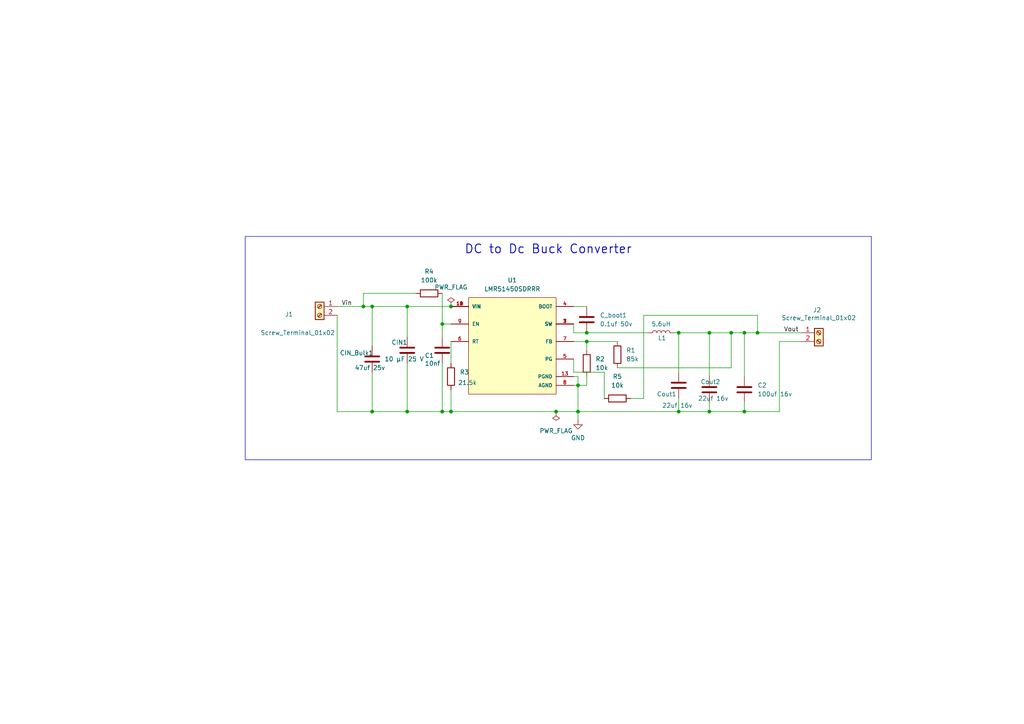
<source format=kicad_sch>
(kicad_sch
	(version 20250114)
	(generator "eeschema")
	(generator_version "9.0")
	(uuid "60e779e4-ca9f-4809-8cab-f8e6fca60880")
	(paper "A4")
	(lib_symbols
		(symbol "Connector:Screw_Terminal_01x02"
			(pin_names
				(offset 1.016)
				(hide yes)
			)
			(exclude_from_sim no)
			(in_bom yes)
			(on_board yes)
			(property "Reference" "J"
				(at 0 2.54 0)
				(effects
					(font
						(size 1.27 1.27)
					)
				)
			)
			(property "Value" "Screw_Terminal_01x02"
				(at 0 -5.08 0)
				(effects
					(font
						(size 1.27 1.27)
					)
				)
			)
			(property "Footprint" ""
				(at 0 0 0)
				(effects
					(font
						(size 1.27 1.27)
					)
					(hide yes)
				)
			)
			(property "Datasheet" "~"
				(at 0 0 0)
				(effects
					(font
						(size 1.27 1.27)
					)
					(hide yes)
				)
			)
			(property "Description" "Generic screw terminal, single row, 01x02, script generated (kicad-library-utils/schlib/autogen/connector/)"
				(at 0 0 0)
				(effects
					(font
						(size 1.27 1.27)
					)
					(hide yes)
				)
			)
			(property "ki_keywords" "screw terminal"
				(at 0 0 0)
				(effects
					(font
						(size 1.27 1.27)
					)
					(hide yes)
				)
			)
			(property "ki_fp_filters" "TerminalBlock*:*"
				(at 0 0 0)
				(effects
					(font
						(size 1.27 1.27)
					)
					(hide yes)
				)
			)
			(symbol "Screw_Terminal_01x02_1_1"
				(rectangle
					(start -1.27 1.27)
					(end 1.27 -3.81)
					(stroke
						(width 0.254)
						(type default)
					)
					(fill
						(type background)
					)
				)
				(polyline
					(pts
						(xy -0.5334 0.3302) (xy 0.3302 -0.508)
					)
					(stroke
						(width 0.1524)
						(type default)
					)
					(fill
						(type none)
					)
				)
				(polyline
					(pts
						(xy -0.5334 -2.2098) (xy 0.3302 -3.048)
					)
					(stroke
						(width 0.1524)
						(type default)
					)
					(fill
						(type none)
					)
				)
				(polyline
					(pts
						(xy -0.3556 0.508) (xy 0.508 -0.3302)
					)
					(stroke
						(width 0.1524)
						(type default)
					)
					(fill
						(type none)
					)
				)
				(polyline
					(pts
						(xy -0.3556 -2.032) (xy 0.508 -2.8702)
					)
					(stroke
						(width 0.1524)
						(type default)
					)
					(fill
						(type none)
					)
				)
				(circle
					(center 0 0)
					(radius 0.635)
					(stroke
						(width 0.1524)
						(type default)
					)
					(fill
						(type none)
					)
				)
				(circle
					(center 0 -2.54)
					(radius 0.635)
					(stroke
						(width 0.1524)
						(type default)
					)
					(fill
						(type none)
					)
				)
				(pin passive line
					(at -5.08 0 0)
					(length 3.81)
					(name "Pin_1"
						(effects
							(font
								(size 1.27 1.27)
							)
						)
					)
					(number "1"
						(effects
							(font
								(size 1.27 1.27)
							)
						)
					)
				)
				(pin passive line
					(at -5.08 -2.54 0)
					(length 3.81)
					(name "Pin_2"
						(effects
							(font
								(size 1.27 1.27)
							)
						)
					)
					(number "2"
						(effects
							(font
								(size 1.27 1.27)
							)
						)
					)
				)
			)
			(embedded_fonts no)
		)
		(symbol "Device:C"
			(pin_numbers
				(hide yes)
			)
			(pin_names
				(offset 0.254)
			)
			(exclude_from_sim no)
			(in_bom yes)
			(on_board yes)
			(property "Reference" "C"
				(at 0.635 2.54 0)
				(effects
					(font
						(size 1.27 1.27)
					)
					(justify left)
				)
			)
			(property "Value" "C"
				(at 0.635 -2.54 0)
				(effects
					(font
						(size 1.27 1.27)
					)
					(justify left)
				)
			)
			(property "Footprint" ""
				(at 0.9652 -3.81 0)
				(effects
					(font
						(size 1.27 1.27)
					)
					(hide yes)
				)
			)
			(property "Datasheet" "~"
				(at 0 0 0)
				(effects
					(font
						(size 1.27 1.27)
					)
					(hide yes)
				)
			)
			(property "Description" "Unpolarized capacitor"
				(at 0 0 0)
				(effects
					(font
						(size 1.27 1.27)
					)
					(hide yes)
				)
			)
			(property "ki_keywords" "cap capacitor"
				(at 0 0 0)
				(effects
					(font
						(size 1.27 1.27)
					)
					(hide yes)
				)
			)
			(property "ki_fp_filters" "C_*"
				(at 0 0 0)
				(effects
					(font
						(size 1.27 1.27)
					)
					(hide yes)
				)
			)
			(symbol "C_0_1"
				(polyline
					(pts
						(xy -2.032 0.762) (xy 2.032 0.762)
					)
					(stroke
						(width 0.508)
						(type default)
					)
					(fill
						(type none)
					)
				)
				(polyline
					(pts
						(xy -2.032 -0.762) (xy 2.032 -0.762)
					)
					(stroke
						(width 0.508)
						(type default)
					)
					(fill
						(type none)
					)
				)
			)
			(symbol "C_1_1"
				(pin passive line
					(at 0 3.81 270)
					(length 2.794)
					(name "~"
						(effects
							(font
								(size 1.27 1.27)
							)
						)
					)
					(number "1"
						(effects
							(font
								(size 1.27 1.27)
							)
						)
					)
				)
				(pin passive line
					(at 0 -3.81 90)
					(length 2.794)
					(name "~"
						(effects
							(font
								(size 1.27 1.27)
							)
						)
					)
					(number "2"
						(effects
							(font
								(size 1.27 1.27)
							)
						)
					)
				)
			)
			(embedded_fonts no)
		)
		(symbol "Device:L"
			(pin_numbers
				(hide yes)
			)
			(pin_names
				(offset 1.016)
				(hide yes)
			)
			(exclude_from_sim no)
			(in_bom yes)
			(on_board yes)
			(property "Reference" "L"
				(at -1.27 0 90)
				(effects
					(font
						(size 1.27 1.27)
					)
				)
			)
			(property "Value" "L"
				(at 1.905 0 90)
				(effects
					(font
						(size 1.27 1.27)
					)
				)
			)
			(property "Footprint" ""
				(at 0 0 0)
				(effects
					(font
						(size 1.27 1.27)
					)
					(hide yes)
				)
			)
			(property "Datasheet" "~"
				(at 0 0 0)
				(effects
					(font
						(size 1.27 1.27)
					)
					(hide yes)
				)
			)
			(property "Description" "Inductor"
				(at 0 0 0)
				(effects
					(font
						(size 1.27 1.27)
					)
					(hide yes)
				)
			)
			(property "ki_keywords" "inductor choke coil reactor magnetic"
				(at 0 0 0)
				(effects
					(font
						(size 1.27 1.27)
					)
					(hide yes)
				)
			)
			(property "ki_fp_filters" "Choke_* *Coil* Inductor_* L_*"
				(at 0 0 0)
				(effects
					(font
						(size 1.27 1.27)
					)
					(hide yes)
				)
			)
			(symbol "L_0_1"
				(arc
					(start 0 2.54)
					(mid 0.6323 1.905)
					(end 0 1.27)
					(stroke
						(width 0)
						(type default)
					)
					(fill
						(type none)
					)
				)
				(arc
					(start 0 1.27)
					(mid 0.6323 0.635)
					(end 0 0)
					(stroke
						(width 0)
						(type default)
					)
					(fill
						(type none)
					)
				)
				(arc
					(start 0 0)
					(mid 0.6323 -0.635)
					(end 0 -1.27)
					(stroke
						(width 0)
						(type default)
					)
					(fill
						(type none)
					)
				)
				(arc
					(start 0 -1.27)
					(mid 0.6323 -1.905)
					(end 0 -2.54)
					(stroke
						(width 0)
						(type default)
					)
					(fill
						(type none)
					)
				)
			)
			(symbol "L_1_1"
				(pin passive line
					(at 0 3.81 270)
					(length 1.27)
					(name "1"
						(effects
							(font
								(size 1.27 1.27)
							)
						)
					)
					(number "1"
						(effects
							(font
								(size 1.27 1.27)
							)
						)
					)
				)
				(pin passive line
					(at 0 -3.81 90)
					(length 1.27)
					(name "2"
						(effects
							(font
								(size 1.27 1.27)
							)
						)
					)
					(number "2"
						(effects
							(font
								(size 1.27 1.27)
							)
						)
					)
				)
			)
			(embedded_fonts no)
		)
		(symbol "Device:R"
			(pin_numbers
				(hide yes)
			)
			(pin_names
				(offset 0)
			)
			(exclude_from_sim no)
			(in_bom yes)
			(on_board yes)
			(property "Reference" "R"
				(at 2.032 0 90)
				(effects
					(font
						(size 1.27 1.27)
					)
				)
			)
			(property "Value" "R"
				(at 0 0 90)
				(effects
					(font
						(size 1.27 1.27)
					)
				)
			)
			(property "Footprint" ""
				(at -1.778 0 90)
				(effects
					(font
						(size 1.27 1.27)
					)
					(hide yes)
				)
			)
			(property "Datasheet" "~"
				(at 0 0 0)
				(effects
					(font
						(size 1.27 1.27)
					)
					(hide yes)
				)
			)
			(property "Description" "Resistor"
				(at 0 0 0)
				(effects
					(font
						(size 1.27 1.27)
					)
					(hide yes)
				)
			)
			(property "ki_keywords" "R res resistor"
				(at 0 0 0)
				(effects
					(font
						(size 1.27 1.27)
					)
					(hide yes)
				)
			)
			(property "ki_fp_filters" "R_*"
				(at 0 0 0)
				(effects
					(font
						(size 1.27 1.27)
					)
					(hide yes)
				)
			)
			(symbol "R_0_1"
				(rectangle
					(start -1.016 -2.54)
					(end 1.016 2.54)
					(stroke
						(width 0.254)
						(type default)
					)
					(fill
						(type none)
					)
				)
			)
			(symbol "R_1_1"
				(pin passive line
					(at 0 3.81 270)
					(length 1.27)
					(name "~"
						(effects
							(font
								(size 1.27 1.27)
							)
						)
					)
					(number "1"
						(effects
							(font
								(size 1.27 1.27)
							)
						)
					)
				)
				(pin passive line
					(at 0 -3.81 90)
					(length 1.27)
					(name "~"
						(effects
							(font
								(size 1.27 1.27)
							)
						)
					)
					(number "2"
						(effects
							(font
								(size 1.27 1.27)
							)
						)
					)
				)
			)
			(embedded_fonts no)
		)
		(symbol "LMR51450SDRRR:LMR51450SDRRR"
			(pin_names
				(offset 1.016)
			)
			(exclude_from_sim no)
			(in_bom yes)
			(on_board yes)
			(property "Reference" "U"
				(at -12.7 13.335 0)
				(effects
					(font
						(size 1.27 1.27)
					)
					(justify left bottom)
				)
			)
			(property "Value" "LMR51450SDRRR"
				(at -12.7 -17.78 0)
				(effects
					(font
						(size 1.27 1.27)
					)
					(justify left bottom)
				)
			)
			(property "Footprint" "LMR51450SDRRR:CONV_LMR51450SDRRR"
				(at 0 0 0)
				(effects
					(font
						(size 1.27 1.27)
					)
					(justify bottom)
					(hide yes)
				)
			)
			(property "Datasheet" ""
				(at 0 0 0)
				(effects
					(font
						(size 1.27 1.27)
					)
					(hide yes)
				)
			)
			(property "Description" ""
				(at 0 0 0)
				(effects
					(font
						(size 1.27 1.27)
					)
					(hide yes)
				)
			)
			(property "DigiKey_Part_Number" "296-LMR51450SDRRRCT-ND"
				(at 0 0 0)
				(effects
					(font
						(size 1.27 1.27)
					)
					(justify bottom)
					(hide yes)
				)
			)
			(property "SnapEDA_Link" "https://www.snapeda.com/parts/LMR51450SDRRR/Texas+Instruments/view-part/?ref=snap"
				(at 0 0 0)
				(effects
					(font
						(size 1.27 1.27)
					)
					(justify bottom)
					(hide yes)
				)
			)
			(property "MAXIMUM_PACKAGE_HEIGHT" "0.80 mm"
				(at 0 0 0)
				(effects
					(font
						(size 1.27 1.27)
					)
					(justify bottom)
					(hide yes)
				)
			)
			(property "Package" "WSON-12 Texas Instruments"
				(at 0 0 0)
				(effects
					(font
						(size 1.27 1.27)
					)
					(justify bottom)
					(hide yes)
				)
			)
			(property "Check_prices" "https://www.snapeda.com/parts/LMR51450SDRRR/Texas+Instruments/view-part/?ref=eda"
				(at 0 0 0)
				(effects
					(font
						(size 1.27 1.27)
					)
					(justify bottom)
					(hide yes)
				)
			)
			(property "STANDARD" "Manufacturer Recommendations"
				(at 0 0 0)
				(effects
					(font
						(size 1.27 1.27)
					)
					(justify bottom)
					(hide yes)
				)
			)
			(property "PARTREV" "December 2022"
				(at 0 0 0)
				(effects
					(font
						(size 1.27 1.27)
					)
					(justify bottom)
					(hide yes)
				)
			)
			(property "MF" "Texas Instruments"
				(at 0 0 0)
				(effects
					(font
						(size 1.27 1.27)
					)
					(justify bottom)
					(hide yes)
				)
			)
			(property "MP" "LMR51450SDRRR"
				(at 0 0 0)
				(effects
					(font
						(size 1.27 1.27)
					)
					(justify bottom)
					(hide yes)
				)
			)
			(property "Description_1" "36-V, 5-A synchronous buck converter"
				(at 0 0 0)
				(effects
					(font
						(size 1.27 1.27)
					)
					(justify bottom)
					(hide yes)
				)
			)
			(property "MANUFACTURER" "Texas Instruments"
				(at 0 0 0)
				(effects
					(font
						(size 1.27 1.27)
					)
					(justify bottom)
					(hide yes)
				)
			)
			(symbol "LMR51450SDRRR_0_0"
				(rectangle
					(start -12.7 -15.24)
					(end 12.7 12.7)
					(stroke
						(width 0.1524)
						(type default)
					)
					(fill
						(type background)
					)
				)
				(pin input line
					(at -17.78 10.16 0)
					(length 5.08)
					(name "VIN"
						(effects
							(font
								(size 1.016 1.016)
							)
						)
					)
					(number "10"
						(effects
							(font
								(size 1.016 1.016)
							)
						)
					)
				)
				(pin input line
					(at -17.78 10.16 0)
					(length 5.08)
					(name "VIN"
						(effects
							(font
								(size 1.016 1.016)
							)
						)
					)
					(number "11"
						(effects
							(font
								(size 1.016 1.016)
							)
						)
					)
				)
				(pin input line
					(at -17.78 10.16 0)
					(length 5.08)
					(name "VIN"
						(effects
							(font
								(size 1.016 1.016)
							)
						)
					)
					(number "12"
						(effects
							(font
								(size 1.016 1.016)
							)
						)
					)
				)
				(pin input line
					(at -17.78 5.08 0)
					(length 5.08)
					(name "EN"
						(effects
							(font
								(size 1.016 1.016)
							)
						)
					)
					(number "9"
						(effects
							(font
								(size 1.016 1.016)
							)
						)
					)
				)
				(pin input line
					(at -17.78 0 0)
					(length 5.08)
					(name "RT"
						(effects
							(font
								(size 1.016 1.016)
							)
						)
					)
					(number "6"
						(effects
							(font
								(size 1.016 1.016)
							)
						)
					)
				)
				(pin passive line
					(at 17.78 10.16 180)
					(length 5.08)
					(name "BOOT"
						(effects
							(font
								(size 1.016 1.016)
							)
						)
					)
					(number "4"
						(effects
							(font
								(size 1.016 1.016)
							)
						)
					)
				)
				(pin output line
					(at 17.78 5.08 180)
					(length 5.08)
					(name "SW"
						(effects
							(font
								(size 1.016 1.016)
							)
						)
					)
					(number "1"
						(effects
							(font
								(size 1.016 1.016)
							)
						)
					)
				)
				(pin output line
					(at 17.78 5.08 180)
					(length 5.08)
					(name "SW"
						(effects
							(font
								(size 1.016 1.016)
							)
						)
					)
					(number "2"
						(effects
							(font
								(size 1.016 1.016)
							)
						)
					)
				)
				(pin output line
					(at 17.78 5.08 180)
					(length 5.08)
					(name "SW"
						(effects
							(font
								(size 1.016 1.016)
							)
						)
					)
					(number "3"
						(effects
							(font
								(size 1.016 1.016)
							)
						)
					)
				)
				(pin input line
					(at 17.78 0 180)
					(length 5.08)
					(name "FB"
						(effects
							(font
								(size 1.016 1.016)
							)
						)
					)
					(number "7"
						(effects
							(font
								(size 1.016 1.016)
							)
						)
					)
				)
				(pin output line
					(at 17.78 -5.08 180)
					(length 5.08)
					(name "PG"
						(effects
							(font
								(size 1.016 1.016)
							)
						)
					)
					(number "5"
						(effects
							(font
								(size 1.016 1.016)
							)
						)
					)
				)
				(pin power_in line
					(at 17.78 -10.16 180)
					(length 5.08)
					(name "PGND"
						(effects
							(font
								(size 1.016 1.016)
							)
						)
					)
					(number "13"
						(effects
							(font
								(size 1.016 1.016)
							)
						)
					)
				)
				(pin power_in line
					(at 17.78 -12.7 180)
					(length 5.08)
					(name "AGND"
						(effects
							(font
								(size 1.016 1.016)
							)
						)
					)
					(number "8"
						(effects
							(font
								(size 1.016 1.016)
							)
						)
					)
				)
			)
			(embedded_fonts no)
		)
		(symbol "power:GND"
			(power)
			(pin_numbers
				(hide yes)
			)
			(pin_names
				(offset 0)
				(hide yes)
			)
			(exclude_from_sim no)
			(in_bom yes)
			(on_board yes)
			(property "Reference" "#PWR"
				(at 0 -6.35 0)
				(effects
					(font
						(size 1.27 1.27)
					)
					(hide yes)
				)
			)
			(property "Value" "GND"
				(at 0 -3.81 0)
				(effects
					(font
						(size 1.27 1.27)
					)
				)
			)
			(property "Footprint" ""
				(at 0 0 0)
				(effects
					(font
						(size 1.27 1.27)
					)
					(hide yes)
				)
			)
			(property "Datasheet" ""
				(at 0 0 0)
				(effects
					(font
						(size 1.27 1.27)
					)
					(hide yes)
				)
			)
			(property "Description" "Power symbol creates a global label with name \"GND\" , ground"
				(at 0 0 0)
				(effects
					(font
						(size 1.27 1.27)
					)
					(hide yes)
				)
			)
			(property "ki_keywords" "global power"
				(at 0 0 0)
				(effects
					(font
						(size 1.27 1.27)
					)
					(hide yes)
				)
			)
			(symbol "GND_0_1"
				(polyline
					(pts
						(xy 0 0) (xy 0 -1.27) (xy 1.27 -1.27) (xy 0 -2.54) (xy -1.27 -1.27) (xy 0 -1.27)
					)
					(stroke
						(width 0)
						(type default)
					)
					(fill
						(type none)
					)
				)
			)
			(symbol "GND_1_1"
				(pin power_in line
					(at 0 0 270)
					(length 0)
					(name "~"
						(effects
							(font
								(size 1.27 1.27)
							)
						)
					)
					(number "1"
						(effects
							(font
								(size 1.27 1.27)
							)
						)
					)
				)
			)
			(embedded_fonts no)
		)
		(symbol "power:PWR_FLAG"
			(power)
			(pin_numbers
				(hide yes)
			)
			(pin_names
				(offset 0)
				(hide yes)
			)
			(exclude_from_sim no)
			(in_bom yes)
			(on_board yes)
			(property "Reference" "#FLG"
				(at 0 1.905 0)
				(effects
					(font
						(size 1.27 1.27)
					)
					(hide yes)
				)
			)
			(property "Value" "PWR_FLAG"
				(at 0 3.81 0)
				(effects
					(font
						(size 1.27 1.27)
					)
				)
			)
			(property "Footprint" ""
				(at 0 0 0)
				(effects
					(font
						(size 1.27 1.27)
					)
					(hide yes)
				)
			)
			(property "Datasheet" "~"
				(at 0 0 0)
				(effects
					(font
						(size 1.27 1.27)
					)
					(hide yes)
				)
			)
			(property "Description" "Special symbol for telling ERC where power comes from"
				(at 0 0 0)
				(effects
					(font
						(size 1.27 1.27)
					)
					(hide yes)
				)
			)
			(property "ki_keywords" "flag power"
				(at 0 0 0)
				(effects
					(font
						(size 1.27 1.27)
					)
					(hide yes)
				)
			)
			(symbol "PWR_FLAG_0_0"
				(pin power_out line
					(at 0 0 90)
					(length 0)
					(name "~"
						(effects
							(font
								(size 1.27 1.27)
							)
						)
					)
					(number "1"
						(effects
							(font
								(size 1.27 1.27)
							)
						)
					)
				)
			)
			(symbol "PWR_FLAG_0_1"
				(polyline
					(pts
						(xy 0 0) (xy 0 1.27) (xy -1.016 1.905) (xy 0 2.54) (xy 1.016 1.905) (xy 0 1.27)
					)
					(stroke
						(width 0)
						(type default)
					)
					(fill
						(type none)
					)
				)
			)
			(embedded_fonts no)
		)
	)
	(text "DC to Dc Buck Converter"
		(exclude_from_sim no)
		(at 159.004 72.39 0)
		(effects
			(font
				(size 2.54 2.54)
				(thickness 0.254)
				(bold yes)
			)
		)
		(uuid "ee7054eb-75fe-4452-8647-0943a3d4509c")
	)
	(text_box ""
		(exclude_from_sim no)
		(at 71.12 68.58 0)
		(size 181.61 64.77)
		(margins 0.9525 0.9525 0.9525 0.9525)
		(stroke
			(width 0)
			(type solid)
		)
		(fill
			(type none)
		)
		(effects
			(font
				(size 1.27 1.27)
				(thickness 0.254)
				(bold yes)
			)
			(justify left top)
		)
		(uuid "2a11a387-0952-4ed6-b8fa-f8dd98a99b2a")
	)
	(junction
		(at 215.9 96.52)
		(diameter 0)
		(color 0 0 0 0)
		(uuid "011dc2c3-095c-4ae1-bfc0-4ae006a8b112")
	)
	(junction
		(at 215.9 119.38)
		(diameter 0)
		(color 0 0 0 0)
		(uuid "0d7308f8-79f7-4473-88b6-b0b2bf86ae28")
	)
	(junction
		(at 196.85 119.38)
		(diameter 0)
		(color 0 0 0 0)
		(uuid "14329daf-c3dc-401a-94ee-2346d4ff9a97")
	)
	(junction
		(at 167.64 111.76)
		(diameter 0)
		(color 0 0 0 0)
		(uuid "1cf19f94-28a0-413f-b233-4f1a6b202e67")
	)
	(junction
		(at 118.11 119.38)
		(diameter 0)
		(color 0 0 0 0)
		(uuid "2d46eda1-8aa2-4c54-b5fc-10e9c146433c")
	)
	(junction
		(at 107.95 119.38)
		(diameter 0)
		(color 0 0 0 0)
		(uuid "30275920-36b3-4284-9a04-bb43b288cec0")
	)
	(junction
		(at 161.29 119.38)
		(diameter 0)
		(color 0 0 0 0)
		(uuid "3678d8ff-9f85-4f3f-95d4-d61049ccf965")
	)
	(junction
		(at 219.71 96.52)
		(diameter 0)
		(color 0 0 0 0)
		(uuid "43460fb8-4020-446b-be20-13ad63e0dfdb")
	)
	(junction
		(at 107.95 88.9)
		(diameter 0)
		(color 0 0 0 0)
		(uuid "670b6ce2-de25-4a10-bc67-297f3c125842")
	)
	(junction
		(at 170.18 96.52)
		(diameter 0)
		(color 0 0 0 0)
		(uuid "7463d8ee-41ea-4c80-b3ad-e3b03120db60")
	)
	(junction
		(at 212.09 96.52)
		(diameter 0)
		(color 0 0 0 0)
		(uuid "7abac149-669b-4760-9b36-4936f1a6e4d0")
	)
	(junction
		(at 128.27 119.38)
		(diameter 0)
		(color 0 0 0 0)
		(uuid "853ecc03-c63d-4032-b254-502948034411")
	)
	(junction
		(at 170.18 99.06)
		(diameter 0)
		(color 0 0 0 0)
		(uuid "a15e3e60-e902-45dd-adfe-24606a38768b")
	)
	(junction
		(at 128.27 93.98)
		(diameter 0)
		(color 0 0 0 0)
		(uuid "a25ea4f6-2ab9-43bd-8a07-cfeebabe50d9")
	)
	(junction
		(at 130.81 88.9)
		(diameter 0)
		(color 0 0 0 0)
		(uuid "aa43f565-d21e-455f-b944-c3fc7a7992b3")
	)
	(junction
		(at 196.85 96.52)
		(diameter 0)
		(color 0 0 0 0)
		(uuid "ab086cfd-461e-4b1e-9eca-965d88af87ad")
	)
	(junction
		(at 205.74 119.38)
		(diameter 0)
		(color 0 0 0 0)
		(uuid "c3504f5b-6412-470f-bcc5-f4f532b28232")
	)
	(junction
		(at 118.11 88.9)
		(diameter 0)
		(color 0 0 0 0)
		(uuid "d16ca4bb-875e-489d-90aa-2d9961e69674")
	)
	(junction
		(at 130.81 119.38)
		(diameter 0)
		(color 0 0 0 0)
		(uuid "e2a0145b-aa2a-4a12-a404-2de0ce619dd6")
	)
	(junction
		(at 167.64 119.38)
		(diameter 0)
		(color 0 0 0 0)
		(uuid "f4cfaa02-970b-404e-bb72-123a461e5f3e")
	)
	(junction
		(at 205.74 96.52)
		(diameter 0)
		(color 0 0 0 0)
		(uuid "f74953a0-b1e3-44e0-b1f9-2f1ef67ca508")
	)
	(junction
		(at 105.41 88.9)
		(diameter 0)
		(color 0 0 0 0)
		(uuid "f7d2184a-bb2e-4e71-95ea-5b54414e7d5b")
	)
	(wire
		(pts
			(xy 167.64 111.76) (xy 170.18 111.76)
		)
		(stroke
			(width 0)
			(type default)
		)
		(uuid "043cdc40-57c9-4453-8b15-8029bd42b40a")
	)
	(wire
		(pts
			(xy 118.11 88.9) (xy 130.81 88.9)
		)
		(stroke
			(width 0)
			(type default)
		)
		(uuid "093cabc4-6229-4d44-954b-e5aec4d1a40c")
	)
	(wire
		(pts
			(xy 226.06 99.06) (xy 226.06 119.38)
		)
		(stroke
			(width 0)
			(type default)
		)
		(uuid "097e6ae1-24c0-487e-97e2-aff6b980e90f")
	)
	(wire
		(pts
			(xy 107.95 100.33) (xy 107.95 88.9)
		)
		(stroke
			(width 0)
			(type default)
		)
		(uuid "0fd990df-6360-40a5-9ed0-3b6820984807")
	)
	(wire
		(pts
			(xy 120.65 85.09) (xy 105.41 85.09)
		)
		(stroke
			(width 0)
			(type default)
		)
		(uuid "1490c524-4046-42c6-85b0-619c6054cc05")
	)
	(wire
		(pts
			(xy 179.07 106.68) (xy 212.09 106.68)
		)
		(stroke
			(width 0)
			(type default)
		)
		(uuid "18eb3ac9-ad2b-4e41-bb2f-24a847086ba4")
	)
	(wire
		(pts
			(xy 175.26 107.95) (xy 175.26 115.57)
		)
		(stroke
			(width 0)
			(type default)
		)
		(uuid "1a65ba40-059f-40d9-8cf6-9809bafc1267")
	)
	(wire
		(pts
			(xy 186.69 91.44) (xy 219.71 91.44)
		)
		(stroke
			(width 0)
			(type default)
		)
		(uuid "1c560f9d-cdfa-4358-938b-a5967a877117")
	)
	(wire
		(pts
			(xy 215.9 96.52) (xy 215.9 109.22)
		)
		(stroke
			(width 0)
			(type default)
		)
		(uuid "1f4248f7-8132-41f0-b44a-da9685aed297")
	)
	(wire
		(pts
			(xy 107.95 107.95) (xy 107.95 119.38)
		)
		(stroke
			(width 0)
			(type default)
		)
		(uuid "24871095-1629-4454-a2ae-9350e6c4ecb1")
	)
	(wire
		(pts
			(xy 118.11 119.38) (xy 128.27 119.38)
		)
		(stroke
			(width 0)
			(type default)
		)
		(uuid "272301a4-bfc1-4800-a080-ebdd81bdc91d")
	)
	(wire
		(pts
			(xy 166.37 109.22) (xy 167.64 109.22)
		)
		(stroke
			(width 0)
			(type default)
		)
		(uuid "275ea9c5-0fa7-44f0-b8a9-fd56eb6b5801")
	)
	(wire
		(pts
			(xy 166.37 107.95) (xy 175.26 107.95)
		)
		(stroke
			(width 0)
			(type default)
		)
		(uuid "38773905-98d7-4772-86da-075d1fb94c10")
	)
	(wire
		(pts
			(xy 205.74 96.52) (xy 205.74 109.22)
		)
		(stroke
			(width 0)
			(type default)
		)
		(uuid "3923bdf8-37b4-495a-98ad-d922479e6cbe")
	)
	(wire
		(pts
			(xy 105.41 85.09) (xy 105.41 88.9)
		)
		(stroke
			(width 0)
			(type default)
		)
		(uuid "40c67b61-bcd6-4fba-bea8-6a4762423f23")
	)
	(wire
		(pts
			(xy 170.18 96.52) (xy 187.96 96.52)
		)
		(stroke
			(width 0)
			(type default)
		)
		(uuid "461f94b7-e779-4e8a-a3cf-8d26eaea1b79")
	)
	(wire
		(pts
			(xy 130.81 93.98) (xy 128.27 93.98)
		)
		(stroke
			(width 0)
			(type default)
		)
		(uuid "47c4fb5d-be79-4b14-a280-cb57cb2ad2e2")
	)
	(wire
		(pts
			(xy 166.37 96.52) (xy 166.37 93.98)
		)
		(stroke
			(width 0)
			(type default)
		)
		(uuid "4af1b899-4f9a-4e9b-b66d-2de3af512869")
	)
	(wire
		(pts
			(xy 130.81 119.38) (xy 161.29 119.38)
		)
		(stroke
			(width 0)
			(type default)
		)
		(uuid "4bf3d835-0e4c-4ef1-8d6d-09e3927778bd")
	)
	(wire
		(pts
			(xy 226.06 99.06) (xy 232.41 99.06)
		)
		(stroke
			(width 0)
			(type default)
		)
		(uuid "4d03c23e-6abe-4365-930f-f7ecc92abc6f")
	)
	(wire
		(pts
			(xy 219.71 91.44) (xy 219.71 96.52)
		)
		(stroke
			(width 0)
			(type default)
		)
		(uuid "516fc363-bc4f-411f-a17a-8af591dad614")
	)
	(wire
		(pts
			(xy 170.18 96.52) (xy 166.37 96.52)
		)
		(stroke
			(width 0)
			(type default)
		)
		(uuid "52d603b5-e691-49e9-94c6-0cb89f72e84b")
	)
	(wire
		(pts
			(xy 166.37 99.06) (xy 170.18 99.06)
		)
		(stroke
			(width 0)
			(type default)
		)
		(uuid "56c6ff2c-dc41-442f-8316-e006cfc3ebd0")
	)
	(wire
		(pts
			(xy 170.18 109.22) (xy 170.18 111.76)
		)
		(stroke
			(width 0)
			(type default)
		)
		(uuid "57286630-10e5-48ae-8e90-ed3ac3d7bd52")
	)
	(wire
		(pts
			(xy 167.64 111.76) (xy 167.64 119.38)
		)
		(stroke
			(width 0)
			(type default)
		)
		(uuid "5b0e4101-ce3d-498b-be34-b98374663bd5")
	)
	(wire
		(pts
			(xy 128.27 85.09) (xy 128.27 93.98)
		)
		(stroke
			(width 0)
			(type default)
		)
		(uuid "5c3bef2a-72aa-45b8-be97-03958f67862f")
	)
	(wire
		(pts
			(xy 167.64 119.38) (xy 167.64 121.92)
		)
		(stroke
			(width 0)
			(type default)
		)
		(uuid "5d7206e2-e4e9-42d3-83d3-cbd231a44f99")
	)
	(wire
		(pts
			(xy 219.71 96.52) (xy 232.41 96.52)
		)
		(stroke
			(width 0)
			(type default)
		)
		(uuid "5e16668e-156d-481a-b08e-cad77a9fc786")
	)
	(wire
		(pts
			(xy 118.11 105.41) (xy 118.11 119.38)
		)
		(stroke
			(width 0)
			(type default)
		)
		(uuid "6219707e-d639-43d6-b39f-d83c421a37f4")
	)
	(wire
		(pts
			(xy 118.11 119.38) (xy 107.95 119.38)
		)
		(stroke
			(width 0)
			(type default)
		)
		(uuid "632e4983-c5f2-4caf-83ff-c40a694afc9a")
	)
	(wire
		(pts
			(xy 105.41 88.9) (xy 107.95 88.9)
		)
		(stroke
			(width 0)
			(type default)
		)
		(uuid "659ccaf7-c9b3-429a-9a3d-2d5471f07d4a")
	)
	(wire
		(pts
			(xy 166.37 88.9) (xy 170.18 88.9)
		)
		(stroke
			(width 0)
			(type default)
		)
		(uuid "66dd8076-3467-40ca-8199-19980e0bb1bb")
	)
	(wire
		(pts
			(xy 128.27 97.79) (xy 128.27 93.98)
		)
		(stroke
			(width 0)
			(type default)
		)
		(uuid "6859d6ae-8e4e-4e33-99aa-39ee4581fc76")
	)
	(wire
		(pts
			(xy 215.9 116.84) (xy 215.9 119.38)
		)
		(stroke
			(width 0)
			(type default)
		)
		(uuid "6c51daf8-0d85-4cfd-b057-6a381d60d920")
	)
	(wire
		(pts
			(xy 215.9 96.52) (xy 219.71 96.52)
		)
		(stroke
			(width 0)
			(type default)
		)
		(uuid "75cba851-0c77-4957-8c2c-ee2a0e129fee")
	)
	(wire
		(pts
			(xy 205.74 119.38) (xy 196.85 119.38)
		)
		(stroke
			(width 0)
			(type default)
		)
		(uuid "79a0aefd-f827-46ec-a661-d34f3a56cdc9")
	)
	(wire
		(pts
			(xy 97.79 119.38) (xy 97.79 91.44)
		)
		(stroke
			(width 0)
			(type default)
		)
		(uuid "7aae067d-687e-405e-ba39-545e9c826da6")
	)
	(wire
		(pts
			(xy 182.88 115.57) (xy 186.69 115.57)
		)
		(stroke
			(width 0)
			(type default)
		)
		(uuid "7adcaa5a-21ad-4afa-a6de-c33399b1d95d")
	)
	(wire
		(pts
			(xy 170.18 99.06) (xy 179.07 99.06)
		)
		(stroke
			(width 0)
			(type default)
		)
		(uuid "8040e368-9bab-4f50-bc4b-3fef3eb63bdb")
	)
	(wire
		(pts
			(xy 107.95 119.38) (xy 97.79 119.38)
		)
		(stroke
			(width 0)
			(type default)
		)
		(uuid "8c0f80ef-890e-4587-a39b-08e0790a0f31")
	)
	(wire
		(pts
			(xy 170.18 101.6) (xy 170.18 99.06)
		)
		(stroke
			(width 0)
			(type default)
		)
		(uuid "8ea7c82e-e70c-40b6-9509-a2ffdd7e9b25")
	)
	(wire
		(pts
			(xy 107.95 88.9) (xy 118.11 88.9)
		)
		(stroke
			(width 0)
			(type default)
		)
		(uuid "952ec6e7-8748-43e1-8332-d8c688e4aba9")
	)
	(wire
		(pts
			(xy 205.74 116.84) (xy 205.74 119.38)
		)
		(stroke
			(width 0)
			(type default)
		)
		(uuid "97ddc9b4-c3bc-43de-9596-b79fc33d2ea1")
	)
	(wire
		(pts
			(xy 226.06 119.38) (xy 215.9 119.38)
		)
		(stroke
			(width 0)
			(type default)
		)
		(uuid "997ff94e-ba37-436c-bffe-d587d82ce3b3")
	)
	(wire
		(pts
			(xy 118.11 97.79) (xy 118.11 88.9)
		)
		(stroke
			(width 0)
			(type default)
		)
		(uuid "9b16679e-6325-49a2-8ebd-dfe645fddacc")
	)
	(wire
		(pts
			(xy 167.64 109.22) (xy 167.64 111.76)
		)
		(stroke
			(width 0)
			(type default)
		)
		(uuid "9c58d024-8b1b-4b0e-adde-3c829cca3568")
	)
	(wire
		(pts
			(xy 196.85 115.57) (xy 196.85 119.38)
		)
		(stroke
			(width 0)
			(type default)
		)
		(uuid "9e779b03-7fb5-4424-a75b-c4982abf9c40")
	)
	(wire
		(pts
			(xy 161.29 119.38) (xy 167.64 119.38)
		)
		(stroke
			(width 0)
			(type default)
		)
		(uuid "a2e294c3-b4e3-4d58-a42b-7bc3503a82ca")
	)
	(wire
		(pts
			(xy 97.79 88.9) (xy 105.41 88.9)
		)
		(stroke
			(width 0)
			(type default)
		)
		(uuid "a3273979-39eb-4511-a6ba-f587198b4f7e")
	)
	(wire
		(pts
			(xy 215.9 119.38) (xy 205.74 119.38)
		)
		(stroke
			(width 0)
			(type default)
		)
		(uuid "b587f18a-4603-4da6-be61-cb86ba0e1816")
	)
	(wire
		(pts
			(xy 196.85 96.52) (xy 196.85 107.95)
		)
		(stroke
			(width 0)
			(type default)
		)
		(uuid "ba6a550f-ad6f-4153-bc9a-a7a8d0e5acdd")
	)
	(wire
		(pts
			(xy 128.27 119.38) (xy 130.81 119.38)
		)
		(stroke
			(width 0)
			(type default)
		)
		(uuid "c0508d55-6c42-4cc7-a6e8-21875a285036")
	)
	(wire
		(pts
			(xy 130.81 113.03) (xy 130.81 119.38)
		)
		(stroke
			(width 0)
			(type default)
		)
		(uuid "c177fcdd-9189-4bec-851b-d8240405e919")
	)
	(wire
		(pts
			(xy 167.64 119.38) (xy 196.85 119.38)
		)
		(stroke
			(width 0)
			(type default)
		)
		(uuid "cb05357c-9948-499c-b608-4d57097ec024")
	)
	(wire
		(pts
			(xy 195.58 96.52) (xy 196.85 96.52)
		)
		(stroke
			(width 0)
			(type default)
		)
		(uuid "d5b9f0e8-a26e-45bf-9dbf-b1dcd384e2d1")
	)
	(wire
		(pts
			(xy 212.09 96.52) (xy 215.9 96.52)
		)
		(stroke
			(width 0)
			(type default)
		)
		(uuid "d7cdbab2-44f4-489a-bac0-ed6809adce9f")
	)
	(wire
		(pts
			(xy 212.09 106.68) (xy 212.09 96.52)
		)
		(stroke
			(width 0)
			(type default)
		)
		(uuid "d9198f12-acf2-4851-8a7e-5838f33928a0")
	)
	(wire
		(pts
			(xy 166.37 111.76) (xy 167.64 111.76)
		)
		(stroke
			(width 0)
			(type default)
		)
		(uuid "da1c6bc7-ff28-4c1d-abd9-423f2abffca8")
	)
	(wire
		(pts
			(xy 166.37 107.95) (xy 166.37 104.14)
		)
		(stroke
			(width 0)
			(type default)
		)
		(uuid "e39c2813-3979-4b8d-9230-691db006cfe1")
	)
	(wire
		(pts
			(xy 186.69 115.57) (xy 186.69 91.44)
		)
		(stroke
			(width 0)
			(type default)
		)
		(uuid "e39f1287-c912-4be9-a863-9264fc6d1ab0")
	)
	(wire
		(pts
			(xy 130.81 105.41) (xy 130.81 99.06)
		)
		(stroke
			(width 0)
			(type default)
		)
		(uuid "f0e4b7e6-22fa-4c28-922a-61e149247604")
	)
	(wire
		(pts
			(xy 196.85 96.52) (xy 205.74 96.52)
		)
		(stroke
			(width 0)
			(type default)
		)
		(uuid "f7d120cd-7022-445e-86d5-37ae8c5df044")
	)
	(wire
		(pts
			(xy 205.74 96.52) (xy 212.09 96.52)
		)
		(stroke
			(width 0)
			(type default)
		)
		(uuid "fa3e8035-46fc-4894-9139-1534f99e38cf")
	)
	(wire
		(pts
			(xy 128.27 105.41) (xy 128.27 119.38)
		)
		(stroke
			(width 0)
			(type default)
		)
		(uuid "fbcf3501-5c4e-4d93-898c-109d1af4e1e7")
	)
	(label "Vin"
		(at 99.06 88.9 0)
		(effects
			(font
				(size 1.27 1.27)
			)
			(justify left bottom)
		)
		(uuid "3a7cc6dd-683b-4445-847c-49f8e1b9117e")
	)
	(label "Vout"
		(at 227.33 96.52 0)
		(effects
			(font
				(size 1.27 1.27)
			)
			(justify left bottom)
		)
		(uuid "fcce6996-6a94-42ac-9ab6-3afd04298c02")
	)
	(symbol
		(lib_id "Device:C")
		(at 170.18 92.71 0)
		(unit 1)
		(exclude_from_sim no)
		(in_bom yes)
		(on_board yes)
		(dnp no)
		(fields_autoplaced yes)
		(uuid "08016d4c-1d72-4fc5-8a82-6d3abe9ea1c5")
		(property "Reference" "C_boot1"
			(at 173.99 91.4399 0)
			(effects
				(font
					(size 1.27 1.27)
				)
				(justify left)
			)
		)
		(property "Value" "0.1uf 50v"
			(at 173.99 93.9799 0)
			(effects
				(font
					(size 1.27 1.27)
				)
				(justify left)
			)
		)
		(property "Footprint" "Capacitor_SMD:C_0603_1608Metric"
			(at 171.1452 96.52 0)
			(effects
				(font
					(size 1.27 1.27)
				)
				(hide yes)
			)
		)
		(property "Datasheet" "~"
			(at 170.18 92.71 0)
			(effects
				(font
					(size 1.27 1.27)
				)
				(hide yes)
			)
		)
		(property "Description" "Unpolarized capacitor"
			(at 170.18 92.71 0)
			(effects
				(font
					(size 1.27 1.27)
				)
				(hide yes)
			)
		)
		(pin "1"
			(uuid "8bb9994a-1373-45a5-a12d-a8f8bfe4a36a")
		)
		(pin "2"
			(uuid "5f1ed97c-28c7-4434-83d0-8cd3c318dc39")
		)
		(instances
			(project ""
				(path "/60e779e4-ca9f-4809-8cab-f8e6fca60880"
					(reference "C_boot1")
					(unit 1)
				)
			)
		)
	)
	(symbol
		(lib_id "power:PWR_FLAG")
		(at 161.29 119.38 180)
		(unit 1)
		(exclude_from_sim no)
		(in_bom yes)
		(on_board yes)
		(dnp no)
		(uuid "1ad25029-8c29-452c-a0c3-133f53345ed4")
		(property "Reference" "#FLG02"
			(at 161.29 121.285 0)
			(effects
				(font
					(size 1.27 1.27)
				)
				(hide yes)
			)
		)
		(property "Value" "PWR_FLAG"
			(at 161.29 124.968 0)
			(effects
				(font
					(size 1.27 1.27)
				)
			)
		)
		(property "Footprint" ""
			(at 161.29 119.38 0)
			(effects
				(font
					(size 1.27 1.27)
				)
				(hide yes)
			)
		)
		(property "Datasheet" "~"
			(at 161.29 119.38 0)
			(effects
				(font
					(size 1.27 1.27)
				)
				(hide yes)
			)
		)
		(property "Description" "Special symbol for telling ERC where power comes from"
			(at 161.29 119.38 0)
			(effects
				(font
					(size 1.27 1.27)
				)
				(hide yes)
			)
		)
		(pin "1"
			(uuid "3ff50f33-afd7-40ab-a457-014347e06dff")
		)
		(instances
			(project "Dc_to_Dc_Buck_Converter"
				(path "/60e779e4-ca9f-4809-8cab-f8e6fca60880"
					(reference "#FLG02")
					(unit 1)
				)
			)
		)
	)
	(symbol
		(lib_id "Device:R")
		(at 170.18 105.41 0)
		(unit 1)
		(exclude_from_sim no)
		(in_bom yes)
		(on_board yes)
		(dnp no)
		(fields_autoplaced yes)
		(uuid "35c1a477-8e91-47ec-9331-6c0321e46051")
		(property "Reference" "R2"
			(at 172.72 104.1399 0)
			(effects
				(font
					(size 1.27 1.27)
				)
				(justify left)
			)
		)
		(property "Value" "10k"
			(at 172.72 106.6799 0)
			(effects
				(font
					(size 1.27 1.27)
				)
				(justify left)
			)
		)
		(property "Footprint" "Resistor_SMD:R_0805_2012Metric"
			(at 168.402 105.41 90)
			(effects
				(font
					(size 1.27 1.27)
				)
				(hide yes)
			)
		)
		(property "Datasheet" "~"
			(at 170.18 105.41 0)
			(effects
				(font
					(size 1.27 1.27)
				)
				(hide yes)
			)
		)
		(property "Description" "Resistor"
			(at 170.18 105.41 0)
			(effects
				(font
					(size 1.27 1.27)
				)
				(hide yes)
			)
		)
		(pin "1"
			(uuid "45a04140-c4ae-47a0-a139-70bb391bf7c6")
		)
		(pin "2"
			(uuid "e369a025-7830-42f8-b3d7-93b8a728ed06")
		)
		(instances
			(project ""
				(path "/60e779e4-ca9f-4809-8cab-f8e6fca60880"
					(reference "R2")
					(unit 1)
				)
			)
		)
	)
	(symbol
		(lib_id "Device:C")
		(at 215.9 113.03 0)
		(unit 1)
		(exclude_from_sim no)
		(in_bom yes)
		(on_board yes)
		(dnp no)
		(fields_autoplaced yes)
		(uuid "39f6f044-51a3-48be-881c-2bf5de26781b")
		(property "Reference" "C2"
			(at 219.71 111.7599 0)
			(effects
				(font
					(size 1.27 1.27)
				)
				(justify left)
			)
		)
		(property "Value" "100uf 16v"
			(at 219.71 114.2999 0)
			(effects
				(font
					(size 1.27 1.27)
				)
				(justify left)
			)
		)
		(property "Footprint" "Capacitor_SMD:C_Elec_6.3x7.7"
			(at 216.8652 116.84 0)
			(effects
				(font
					(size 1.27 1.27)
				)
				(hide yes)
			)
		)
		(property "Datasheet" "~"
			(at 215.9 113.03 0)
			(effects
				(font
					(size 1.27 1.27)
				)
				(hide yes)
			)
		)
		(property "Description" "Unpolarized capacitor"
			(at 215.9 113.03 0)
			(effects
				(font
					(size 1.27 1.27)
				)
				(hide yes)
			)
		)
		(pin "2"
			(uuid "7498da6f-8384-4ee3-9f8d-a44900ce1ef9")
		)
		(pin "1"
			(uuid "7d541076-384a-4c31-bc59-14ce7a03395e")
		)
		(instances
			(project ""
				(path "/60e779e4-ca9f-4809-8cab-f8e6fca60880"
					(reference "C2")
					(unit 1)
				)
			)
		)
	)
	(symbol
		(lib_id "Device:C")
		(at 128.27 101.6 0)
		(unit 1)
		(exclude_from_sim no)
		(in_bom yes)
		(on_board yes)
		(dnp no)
		(uuid "419934d4-4300-4686-b6be-70feea7cdbc6")
		(property "Reference" "C1"
			(at 123.19 103.124 0)
			(effects
				(font
					(size 1.27 1.27)
				)
				(justify left)
			)
		)
		(property "Value" "10nf"
			(at 123.19 105.41 0)
			(effects
				(font
					(size 1.27 1.27)
				)
				(justify left)
			)
		)
		(property "Footprint" "Capacitor_SMD:C_0603_1608Metric"
			(at 129.2352 105.41 0)
			(effects
				(font
					(size 1.27 1.27)
				)
				(hide yes)
			)
		)
		(property "Datasheet" "~"
			(at 128.27 101.6 0)
			(effects
				(font
					(size 1.27 1.27)
				)
				(hide yes)
			)
		)
		(property "Description" "Unpolarized capacitor"
			(at 128.27 101.6 0)
			(effects
				(font
					(size 1.27 1.27)
				)
				(hide yes)
			)
		)
		(pin "2"
			(uuid "730235e5-7825-4115-9a2a-ab5ea93a73c7")
		)
		(pin "1"
			(uuid "c05d056c-f7cb-4d0a-8abf-1016c1726a27")
		)
		(instances
			(project ""
				(path "/60e779e4-ca9f-4809-8cab-f8e6fca60880"
					(reference "C1")
					(unit 1)
				)
			)
		)
	)
	(symbol
		(lib_id "Device:R")
		(at 179.07 115.57 90)
		(unit 1)
		(exclude_from_sim no)
		(in_bom yes)
		(on_board yes)
		(dnp no)
		(fields_autoplaced yes)
		(uuid "542ec3cc-75ad-4deb-a271-57bf8716dada")
		(property "Reference" "R5"
			(at 179.07 109.22 90)
			(effects
				(font
					(size 1.27 1.27)
				)
			)
		)
		(property "Value" "10k"
			(at 179.07 111.76 90)
			(effects
				(font
					(size 1.27 1.27)
				)
			)
		)
		(property "Footprint" "Resistor_SMD:R_0805_2012Metric"
			(at 179.07 117.348 90)
			(effects
				(font
					(size 1.27 1.27)
				)
				(hide yes)
			)
		)
		(property "Datasheet" "~"
			(at 179.07 115.57 0)
			(effects
				(font
					(size 1.27 1.27)
				)
				(hide yes)
			)
		)
		(property "Description" "Resistor"
			(at 179.07 115.57 0)
			(effects
				(font
					(size 1.27 1.27)
				)
				(hide yes)
			)
		)
		(pin "1"
			(uuid "00a3731c-7b7c-4705-ac73-1529b355fdc4")
		)
		(pin "2"
			(uuid "a332f138-0825-44ee-891c-771c8111551d")
		)
		(instances
			(project "Dc_to_Dc_Buck_Converter"
				(path "/60e779e4-ca9f-4809-8cab-f8e6fca60880"
					(reference "R5")
					(unit 1)
				)
			)
		)
	)
	(symbol
		(lib_id "Device:R")
		(at 179.07 102.87 0)
		(unit 1)
		(exclude_from_sim no)
		(in_bom yes)
		(on_board yes)
		(dnp no)
		(fields_autoplaced yes)
		(uuid "5e69b67b-7117-447e-9a13-dab94038c51a")
		(property "Reference" "R1"
			(at 181.61 101.5999 0)
			(effects
				(font
					(size 1.27 1.27)
				)
				(justify left)
			)
		)
		(property "Value" "85k"
			(at 181.61 104.1399 0)
			(effects
				(font
					(size 1.27 1.27)
				)
				(justify left)
			)
		)
		(property "Footprint" "Resistor_SMD:R_0805_2012Metric"
			(at 177.292 102.87 90)
			(effects
				(font
					(size 1.27 1.27)
				)
				(hide yes)
			)
		)
		(property "Datasheet" "~"
			(at 179.07 102.87 0)
			(effects
				(font
					(size 1.27 1.27)
				)
				(hide yes)
			)
		)
		(property "Description" "Resistor"
			(at 179.07 102.87 0)
			(effects
				(font
					(size 1.27 1.27)
				)
				(hide yes)
			)
		)
		(pin "1"
			(uuid "bc268263-ce6a-423e-8ca7-8119db85e7a5")
		)
		(pin "2"
			(uuid "a37a45e6-35b6-47d5-9fcb-6c0e6f836e3a")
		)
		(instances
			(project "Dc_to_Dc_Buck_Converter"
				(path "/60e779e4-ca9f-4809-8cab-f8e6fca60880"
					(reference "R1")
					(unit 1)
				)
			)
		)
	)
	(symbol
		(lib_id "Device:C")
		(at 118.11 101.6 0)
		(unit 1)
		(exclude_from_sim no)
		(in_bom yes)
		(on_board yes)
		(dnp no)
		(uuid "68557a4d-7fcd-4990-83ae-6487ef9472a2")
		(property "Reference" "CIN1"
			(at 113.538 99.314 0)
			(effects
				(font
					(size 1.27 1.27)
				)
				(justify left)
			)
		)
		(property "Value" "10 µF 25 V"
			(at 111.506 104.14 0)
			(effects
				(font
					(size 1.27 1.27)
				)
				(justify left)
			)
		)
		(property "Footprint" "Capacitor_SMD:C_0805_2012Metric"
			(at 119.0752 105.41 0)
			(effects
				(font
					(size 1.27 1.27)
				)
				(hide yes)
			)
		)
		(property "Datasheet" "~"
			(at 118.11 101.6 0)
			(effects
				(font
					(size 1.27 1.27)
				)
				(hide yes)
			)
		)
		(property "Description" "Unpolarized capacitor"
			(at 118.11 101.6 0)
			(effects
				(font
					(size 1.27 1.27)
				)
				(hide yes)
			)
		)
		(pin "2"
			(uuid "c257c0b9-8f94-4772-bb19-3ed63d36e580")
		)
		(pin "1"
			(uuid "8dcd3f72-6157-4570-a68f-014551e7ebd2")
		)
		(instances
			(project ""
				(path "/60e779e4-ca9f-4809-8cab-f8e6fca60880"
					(reference "CIN1")
					(unit 1)
				)
			)
		)
	)
	(symbol
		(lib_id "Connector:Screw_Terminal_01x02")
		(at 237.49 96.52 0)
		(unit 1)
		(exclude_from_sim no)
		(in_bom yes)
		(on_board yes)
		(dnp no)
		(uuid "7383f390-9860-40ae-964a-8edb2862787d")
		(property "Reference" "J2"
			(at 236.982 89.916 0)
			(effects
				(font
					(size 1.27 1.27)
				)
			)
		)
		(property "Value" "Screw_Terminal_01x02"
			(at 237.49 92.202 0)
			(effects
				(font
					(size 1.27 1.27)
				)
			)
		)
		(property "Footprint" "TerminalBlock_Phoenix:TerminalBlock_Phoenix_MKDS-1,5-2-5.08_1x02_P5.08mm_Horizontal"
			(at 237.49 96.52 0)
			(effects
				(font
					(size 1.27 1.27)
				)
				(hide yes)
			)
		)
		(property "Datasheet" "~"
			(at 237.49 96.52 0)
			(effects
				(font
					(size 1.27 1.27)
				)
				(hide yes)
			)
		)
		(property "Description" "Generic screw terminal, single row, 01x02, script generated (kicad-library-utils/schlib/autogen/connector/)"
			(at 237.49 96.52 0)
			(effects
				(font
					(size 1.27 1.27)
				)
				(hide yes)
			)
		)
		(pin "2"
			(uuid "6d8b4f03-c2fc-46ba-91e2-4176a07a2243")
		)
		(pin "1"
			(uuid "0b4962a0-28d1-4ca5-971f-4fbe5d0d3efd")
		)
		(instances
			(project "Dc_to_Dc_Buck_Converter"
				(path "/60e779e4-ca9f-4809-8cab-f8e6fca60880"
					(reference "J2")
					(unit 1)
				)
			)
		)
	)
	(symbol
		(lib_id "power:PWR_FLAG")
		(at 130.81 88.9 0)
		(unit 1)
		(exclude_from_sim no)
		(in_bom yes)
		(on_board yes)
		(dnp no)
		(uuid "7484fdf5-9e61-44b6-ae0e-d14b88d68578")
		(property "Reference" "#FLG01"
			(at 130.81 86.995 0)
			(effects
				(font
					(size 1.27 1.27)
				)
				(hide yes)
			)
		)
		(property "Value" "PWR_FLAG"
			(at 130.81 83.312 0)
			(effects
				(font
					(size 1.27 1.27)
				)
			)
		)
		(property "Footprint" ""
			(at 130.81 88.9 0)
			(effects
				(font
					(size 1.27 1.27)
				)
				(hide yes)
			)
		)
		(property "Datasheet" "~"
			(at 130.81 88.9 0)
			(effects
				(font
					(size 1.27 1.27)
				)
				(hide yes)
			)
		)
		(property "Description" "Special symbol for telling ERC where power comes from"
			(at 130.81 88.9 0)
			(effects
				(font
					(size 1.27 1.27)
				)
				(hide yes)
			)
		)
		(pin "1"
			(uuid "d870bf24-f851-44e4-8ded-5542ee1df07f")
		)
		(instances
			(project "Dc_to_Dc_Buck_Converter"
				(path "/60e779e4-ca9f-4809-8cab-f8e6fca60880"
					(reference "#FLG01")
					(unit 1)
				)
			)
		)
	)
	(symbol
		(lib_id "Device:C")
		(at 107.95 104.14 0)
		(unit 1)
		(exclude_from_sim no)
		(in_bom yes)
		(on_board yes)
		(dnp no)
		(uuid "82d41ad6-e668-4c3c-93b3-d98833f72529")
		(property "Reference" "CIN_Bulk1"
			(at 98.552 102.362 0)
			(effects
				(font
					(size 1.27 1.27)
				)
				(justify left)
			)
		)
		(property "Value" "47uf 25v"
			(at 102.87 106.68 0)
			(effects
				(font
					(size 1.27 1.27)
				)
				(justify left)
			)
		)
		(property "Footprint" "Capacitor_SMD:C_Elec_6.3x5.4"
			(at 108.9152 107.95 0)
			(effects
				(font
					(size 1.27 1.27)
				)
				(hide yes)
			)
		)
		(property "Datasheet" "~"
			(at 107.95 104.14 0)
			(effects
				(font
					(size 1.27 1.27)
				)
				(hide yes)
			)
		)
		(property "Description" "Unpolarized capacitor"
			(at 107.95 104.14 0)
			(effects
				(font
					(size 1.27 1.27)
				)
				(hide yes)
			)
		)
		(pin "1"
			(uuid "6ad9da65-302c-4bab-8c6d-61a28c2eb575")
		)
		(pin "2"
			(uuid "99cbd3ad-3935-405c-90c0-653a4073d589")
		)
		(instances
			(project ""
				(path "/60e779e4-ca9f-4809-8cab-f8e6fca60880"
					(reference "CIN_Bulk1")
					(unit 1)
				)
			)
		)
	)
	(symbol
		(lib_id "Device:R")
		(at 130.81 109.22 0)
		(unit 1)
		(exclude_from_sim no)
		(in_bom yes)
		(on_board yes)
		(dnp no)
		(uuid "87f73683-bbdb-4c93-a7ea-73f3099297e1")
		(property "Reference" "R3"
			(at 133.35 107.9499 0)
			(effects
				(font
					(size 1.27 1.27)
				)
				(justify left)
			)
		)
		(property "Value" "21.5k"
			(at 132.842 110.998 0)
			(effects
				(font
					(size 1.27 1.27)
				)
				(justify left)
			)
		)
		(property "Footprint" "Resistor_SMD:R_0805_2012Metric"
			(at 129.032 109.22 90)
			(effects
				(font
					(size 1.27 1.27)
				)
				(hide yes)
			)
		)
		(property "Datasheet" "~"
			(at 130.81 109.22 0)
			(effects
				(font
					(size 1.27 1.27)
				)
				(hide yes)
			)
		)
		(property "Description" "Resistor"
			(at 130.81 109.22 0)
			(effects
				(font
					(size 1.27 1.27)
				)
				(hide yes)
			)
		)
		(pin "1"
			(uuid "e1e4d67a-e47f-49a1-946f-2c035e6b2bad")
		)
		(pin "2"
			(uuid "21f9f81c-eace-47af-925b-cf0e9b74d92e")
		)
		(instances
			(project "Dc_to_Dc_Buck_Converter"
				(path "/60e779e4-ca9f-4809-8cab-f8e6fca60880"
					(reference "R3")
					(unit 1)
				)
			)
		)
	)
	(symbol
		(lib_id "Connector:Screw_Terminal_01x02")
		(at 92.71 88.9 0)
		(mirror y)
		(unit 1)
		(exclude_from_sim no)
		(in_bom yes)
		(on_board yes)
		(dnp no)
		(uuid "9134bbf4-2f9d-48fd-8285-1adac0b58e05")
		(property "Reference" "J1"
			(at 83.82 91.186 0)
			(effects
				(font
					(size 1.27 1.27)
				)
			)
		)
		(property "Value" "Screw_Terminal_01x02"
			(at 86.36 96.52 0)
			(effects
				(font
					(size 1.27 1.27)
				)
			)
		)
		(property "Footprint" "TerminalBlock_Phoenix:TerminalBlock_Phoenix_MKDS-1,5-2-5.08_1x02_P5.08mm_Horizontal"
			(at 92.71 88.9 0)
			(effects
				(font
					(size 1.27 1.27)
				)
				(hide yes)
			)
		)
		(property "Datasheet" "~"
			(at 92.71 88.9 0)
			(effects
				(font
					(size 1.27 1.27)
				)
				(hide yes)
			)
		)
		(property "Description" "Generic screw terminal, single row, 01x02, script generated (kicad-library-utils/schlib/autogen/connector/)"
			(at 92.71 88.9 0)
			(effects
				(font
					(size 1.27 1.27)
				)
				(hide yes)
			)
		)
		(pin "2"
			(uuid "5138ee29-28fb-4f7d-b0af-4d506ca6c219")
		)
		(pin "1"
			(uuid "1262b35f-5261-4762-b7ba-7ec5a75d41b3")
		)
		(instances
			(project ""
				(path "/60e779e4-ca9f-4809-8cab-f8e6fca60880"
					(reference "J1")
					(unit 1)
				)
			)
		)
	)
	(symbol
		(lib_id "LMR51450SDRRR:LMR51450SDRRR")
		(at 148.59 99.06 0)
		(unit 1)
		(exclude_from_sim no)
		(in_bom yes)
		(on_board yes)
		(dnp no)
		(fields_autoplaced yes)
		(uuid "a19f7c17-c279-40a3-b13c-ae127d006837")
		(property "Reference" "U1"
			(at 148.59 81.28 0)
			(effects
				(font
					(size 1.27 1.27)
				)
			)
		)
		(property "Value" "LMR51450SDRRR"
			(at 148.59 83.82 0)
			(effects
				(font
					(size 1.27 1.27)
				)
			)
		)
		(property "Footprint" "lm:CONV_LMR51450SDRRR"
			(at 148.59 99.06 0)
			(effects
				(font
					(size 1.27 1.27)
				)
				(justify bottom)
				(hide yes)
			)
		)
		(property "Datasheet" ""
			(at 148.59 99.06 0)
			(effects
				(font
					(size 1.27 1.27)
				)
				(hide yes)
			)
		)
		(property "Description" ""
			(at 148.59 99.06 0)
			(effects
				(font
					(size 1.27 1.27)
				)
				(hide yes)
			)
		)
		(property "DigiKey_Part_Number" "296-LMR51450SDRRRCT-ND"
			(at 148.59 99.06 0)
			(effects
				(font
					(size 1.27 1.27)
				)
				(justify bottom)
				(hide yes)
			)
		)
		(property "SnapEDA_Link" "https://www.snapeda.com/parts/LMR51450SDRRR/Texas+Instruments/view-part/?ref=snap"
			(at 148.59 99.06 0)
			(effects
				(font
					(size 1.27 1.27)
				)
				(justify bottom)
				(hide yes)
			)
		)
		(property "MAXIMUM_PACKAGE_HEIGHT" "0.80 mm"
			(at 148.59 99.06 0)
			(effects
				(font
					(size 1.27 1.27)
				)
				(justify bottom)
				(hide yes)
			)
		)
		(property "Package" "WSON-12 Texas Instruments"
			(at 148.59 99.06 0)
			(effects
				(font
					(size 1.27 1.27)
				)
				(justify bottom)
				(hide yes)
			)
		)
		(property "Check_prices" "https://www.snapeda.com/parts/LMR51450SDRRR/Texas+Instruments/view-part/?ref=eda"
			(at 148.59 99.06 0)
			(effects
				(font
					(size 1.27 1.27)
				)
				(justify bottom)
				(hide yes)
			)
		)
		(property "STANDARD" "Manufacturer Recommendations"
			(at 148.59 99.06 0)
			(effects
				(font
					(size 1.27 1.27)
				)
				(justify bottom)
				(hide yes)
			)
		)
		(property "PARTREV" "December 2022"
			(at 148.59 99.06 0)
			(effects
				(font
					(size 1.27 1.27)
				)
				(justify bottom)
				(hide yes)
			)
		)
		(property "MF" "Texas Instruments"
			(at 148.59 99.06 0)
			(effects
				(font
					(size 1.27 1.27)
				)
				(justify bottom)
				(hide yes)
			)
		)
		(property "MP" "LMR51450SDRRR"
			(at 148.59 99.06 0)
			(effects
				(font
					(size 1.27 1.27)
				)
				(justify bottom)
				(hide yes)
			)
		)
		(property "Description_1" "36-V, 5-A synchronous buck converter"
			(at 148.59 99.06 0)
			(effects
				(font
					(size 1.27 1.27)
				)
				(justify bottom)
				(hide yes)
			)
		)
		(property "MANUFACTURER" "Texas Instruments"
			(at 148.59 99.06 0)
			(effects
				(font
					(size 1.27 1.27)
				)
				(justify bottom)
				(hide yes)
			)
		)
		(pin "10"
			(uuid "2f26a670-edbd-43bb-9069-9b28da09f3f5")
		)
		(pin "11"
			(uuid "6c80e9d7-165e-411c-9995-91d583040114")
		)
		(pin "8"
			(uuid "29824593-5cbf-440d-9347-35a299333eed")
		)
		(pin "2"
			(uuid "2d073f27-208f-46e8-afba-92f7d81a0057")
		)
		(pin "12"
			(uuid "4afa6db7-dcf7-4b75-bdd4-7d22f3eb8cba")
		)
		(pin "4"
			(uuid "2b92f173-1ae4-4313-8a78-13ca73278b70")
		)
		(pin "3"
			(uuid "c4bbb584-0099-4375-8773-806f507a8759")
		)
		(pin "7"
			(uuid "fd8ea363-d285-4616-8321-be8a928485b1")
		)
		(pin "5"
			(uuid "f4159965-7838-4c45-b79c-039ada36d1a2")
		)
		(pin "9"
			(uuid "c1184afb-8502-4307-82ad-2640f8075385")
		)
		(pin "13"
			(uuid "d49c8d0e-3b93-4355-9d78-38bd727a9520")
		)
		(pin "6"
			(uuid "2aab754b-7188-4b99-ace6-32eae5283f0a")
		)
		(pin "1"
			(uuid "2f578458-a6df-4583-b162-59fa4f9ee34a")
		)
		(instances
			(project ""
				(path "/60e779e4-ca9f-4809-8cab-f8e6fca60880"
					(reference "U1")
					(unit 1)
				)
			)
		)
	)
	(symbol
		(lib_id "power:GND")
		(at 167.64 121.92 0)
		(unit 1)
		(exclude_from_sim no)
		(in_bom yes)
		(on_board yes)
		(dnp no)
		(fields_autoplaced yes)
		(uuid "b0b94277-0df3-4d67-b5c6-f2e2a0fd0eca")
		(property "Reference" "#PWR01"
			(at 167.64 128.27 0)
			(effects
				(font
					(size 1.27 1.27)
				)
				(hide yes)
			)
		)
		(property "Value" "GND"
			(at 167.64 127 0)
			(effects
				(font
					(size 1.27 1.27)
				)
			)
		)
		(property "Footprint" ""
			(at 167.64 121.92 0)
			(effects
				(font
					(size 1.27 1.27)
				)
				(hide yes)
			)
		)
		(property "Datasheet" ""
			(at 167.64 121.92 0)
			(effects
				(font
					(size 1.27 1.27)
				)
				(hide yes)
			)
		)
		(property "Description" "Power symbol creates a global label with name \"GND\" , ground"
			(at 167.64 121.92 0)
			(effects
				(font
					(size 1.27 1.27)
				)
				(hide yes)
			)
		)
		(pin "1"
			(uuid "1c10d6bf-bc3f-40dd-8dce-e6cc78d77f43")
		)
		(instances
			(project ""
				(path "/60e779e4-ca9f-4809-8cab-f8e6fca60880"
					(reference "#PWR01")
					(unit 1)
				)
			)
		)
	)
	(symbol
		(lib_id "Device:C")
		(at 196.85 111.76 0)
		(unit 1)
		(exclude_from_sim no)
		(in_bom yes)
		(on_board yes)
		(dnp no)
		(uuid "b46abc7b-aadd-4d70-a7dc-b1fbcf2f6570")
		(property "Reference" "Cout1"
			(at 190.5 114.3 0)
			(effects
				(font
					(size 1.27 1.27)
				)
				(justify left)
			)
		)
		(property "Value" "22uf 16v"
			(at 192.024 117.602 0)
			(effects
				(font
					(size 1.27 1.27)
				)
				(justify left)
			)
		)
		(property "Footprint" "Capacitor_SMD:C_0805_2012Metric"
			(at 197.8152 115.57 0)
			(effects
				(font
					(size 1.27 1.27)
				)
				(hide yes)
			)
		)
		(property "Datasheet" "~"
			(at 196.85 111.76 0)
			(effects
				(font
					(size 1.27 1.27)
				)
				(hide yes)
			)
		)
		(property "Description" "Unpolarized capacitor"
			(at 196.85 111.76 0)
			(effects
				(font
					(size 1.27 1.27)
				)
				(hide yes)
			)
		)
		(pin "2"
			(uuid "b444df60-011e-4acc-b2b8-915b1aa22345")
		)
		(pin "1"
			(uuid "933c54a8-e2b4-4840-8eae-9481a6a1b7be")
		)
		(instances
			(project ""
				(path "/60e779e4-ca9f-4809-8cab-f8e6fca60880"
					(reference "Cout1")
					(unit 1)
				)
			)
		)
	)
	(symbol
		(lib_id "Device:R")
		(at 124.46 85.09 90)
		(unit 1)
		(exclude_from_sim no)
		(in_bom yes)
		(on_board yes)
		(dnp no)
		(fields_autoplaced yes)
		(uuid "ba467a52-3fe2-466d-b37e-03dc4a938de9")
		(property "Reference" "R4"
			(at 124.46 78.74 90)
			(effects
				(font
					(size 1.27 1.27)
				)
			)
		)
		(property "Value" "100k"
			(at 124.46 81.28 90)
			(effects
				(font
					(size 1.27 1.27)
				)
			)
		)
		(property "Footprint" "Resistor_SMD:R_0805_2012Metric"
			(at 124.46 86.868 90)
			(effects
				(font
					(size 1.27 1.27)
				)
				(hide yes)
			)
		)
		(property "Datasheet" "~"
			(at 124.46 85.09 0)
			(effects
				(font
					(size 1.27 1.27)
				)
				(hide yes)
			)
		)
		(property "Description" "Resistor"
			(at 124.46 85.09 0)
			(effects
				(font
					(size 1.27 1.27)
				)
				(hide yes)
			)
		)
		(pin "1"
			(uuid "731598e7-acd7-407d-ba32-dcd77e81771f")
		)
		(pin "2"
			(uuid "9807dec4-0527-44c8-bc9e-25ea79a5f670")
		)
		(instances
			(project "Dc_to_Dc_Buck_Converter"
				(path "/60e779e4-ca9f-4809-8cab-f8e6fca60880"
					(reference "R4")
					(unit 1)
				)
			)
		)
	)
	(symbol
		(lib_id "Device:C")
		(at 205.74 113.03 0)
		(unit 1)
		(exclude_from_sim no)
		(in_bom yes)
		(on_board yes)
		(dnp no)
		(uuid "c4c51505-fae1-4e16-923b-60a35ae95288")
		(property "Reference" "Cout2"
			(at 203.2 110.744 0)
			(effects
				(font
					(size 1.27 1.27)
				)
				(justify left)
			)
		)
		(property "Value" "22uf 16v"
			(at 202.438 115.57 0)
			(effects
				(font
					(size 1.27 1.27)
				)
				(justify left)
			)
		)
		(property "Footprint" "Capacitor_SMD:C_0805_2012Metric"
			(at 206.7052 116.84 0)
			(effects
				(font
					(size 1.27 1.27)
				)
				(hide yes)
			)
		)
		(property "Datasheet" "~"
			(at 205.74 113.03 0)
			(effects
				(font
					(size 1.27 1.27)
				)
				(hide yes)
			)
		)
		(property "Description" "Unpolarized capacitor"
			(at 205.74 113.03 0)
			(effects
				(font
					(size 1.27 1.27)
				)
				(hide yes)
			)
		)
		(pin "2"
			(uuid "b444df60-011e-4acc-b2b8-915b1aa22346")
		)
		(pin "1"
			(uuid "933c54a8-e2b4-4840-8eae-9481a6a1b7bf")
		)
		(instances
			(project ""
				(path "/60e779e4-ca9f-4809-8cab-f8e6fca60880"
					(reference "Cout2")
					(unit 1)
				)
			)
		)
	)
	(symbol
		(lib_id "Device:L")
		(at 191.77 96.52 90)
		(unit 1)
		(exclude_from_sim no)
		(in_bom yes)
		(on_board yes)
		(dnp no)
		(uuid "eb89f4d1-d2e4-4873-9c5e-8207bb07c746")
		(property "Reference" "L1"
			(at 192.024 98.044 90)
			(effects
				(font
					(size 1.27 1.27)
				)
			)
		)
		(property "Value" "5.6uH"
			(at 191.77 93.98 90)
			(effects
				(font
					(size 1.27 1.27)
				)
			)
		)
		(property "Footprint" "Inductor_SMD:L_7.3x7.3_H3.5"
			(at 191.77 96.52 0)
			(effects
				(font
					(size 1.27 1.27)
				)
				(hide yes)
			)
		)
		(property "Datasheet" "~"
			(at 191.77 96.52 0)
			(effects
				(font
					(size 1.27 1.27)
				)
				(hide yes)
			)
		)
		(property "Description" "Inductor"
			(at 191.77 96.52 0)
			(effects
				(font
					(size 1.27 1.27)
				)
				(hide yes)
			)
		)
		(pin "2"
			(uuid "86782245-2867-43e4-92b6-a9086f9f22bf")
		)
		(pin "1"
			(uuid "9f1e3eab-a8dd-4b07-a7be-6b304152eaf4")
		)
		(instances
			(project ""
				(path "/60e779e4-ca9f-4809-8cab-f8e6fca60880"
					(reference "L1")
					(unit 1)
				)
			)
		)
	)
	(sheet_instances
		(path "/"
			(page "1")
		)
	)
	(embedded_fonts no)
)

</source>
